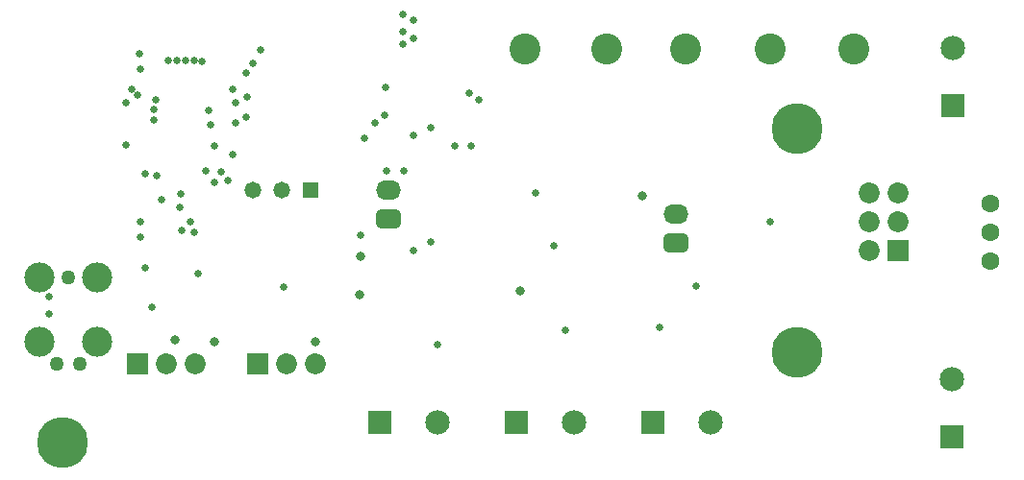
<source format=gbs>
G04*
G04 #@! TF.GenerationSoftware,Altium Limited,Altium Designer,24.9.1 (31)*
G04*
G04 Layer_Color=16711935*
%FSLAX44Y44*%
%MOMM*%
G71*
G04*
G04 #@! TF.SameCoordinates,DA4EDB6E-3878-44D2-BF23-6E32A7E0A26F*
G04*
G04*
G04 #@! TF.FilePolarity,Negative*
G04*
G01*
G75*
%ADD100R,2.1500X2.1500*%
%ADD101C,2.1500*%
%ADD102C,4.5000*%
%ADD103R,2.1500X2.1500*%
%ADD104O,2.2000X1.7000*%
G04:AMPARAMS|DCode=105|XSize=1.7mm|YSize=2.2mm|CornerRadius=0.475mm|HoleSize=0mm|Usage=FLASHONLY|Rotation=90.000|XOffset=0mm|YOffset=0mm|HoleType=Round|Shape=RoundedRectangle|*
%AMROUNDEDRECTD105*
21,1,1.7000,1.2500,0,0,90.0*
21,1,0.7500,2.2000,0,0,90.0*
1,1,0.9500,0.6250,0.3750*
1,1,0.9500,0.6250,-0.3750*
1,1,0.9500,-0.6250,-0.3750*
1,1,0.9500,-0.6250,0.3750*
%
%ADD105ROUNDEDRECTD105*%
%ADD106C,1.8500*%
%ADD107R,1.8500X1.8500*%
%ADD108C,1.6000*%
%ADD109R,1.8500X1.8500*%
%ADD110R,1.4750X1.4750*%
%ADD111C,1.4750*%
%ADD112C,1.2668*%
%ADD113C,2.6511*%
%ADD114C,2.7400*%
%ADD115C,0.6500*%
%ADD116C,0.8000*%
D100*
X222130Y630364D02*
D03*
X342053D02*
D03*
X462444D02*
D03*
D101*
X272930D02*
D03*
X726372Y668464D02*
D03*
X392853Y630364D02*
D03*
X513244D02*
D03*
X727222Y960724D02*
D03*
D102*
X590000Y692635D02*
D03*
Y889508D02*
D03*
X-56886Y612394D02*
D03*
D103*
X726372Y617664D02*
D03*
X727222Y909924D02*
D03*
D104*
X229933Y835353D02*
D03*
X482854Y814324D02*
D03*
D105*
X229933Y809954D02*
D03*
X482854Y788924D02*
D03*
D106*
X653542Y832612D02*
D03*
Y807212D02*
D03*
X678942Y832612D02*
D03*
Y807212D02*
D03*
X653542Y781812D02*
D03*
X59295Y682244D02*
D03*
X33895D02*
D03*
X165855Y682193D02*
D03*
X140455D02*
D03*
D107*
X678942Y781812D02*
D03*
D108*
X760222Y823468D02*
D03*
Y798068D02*
D03*
Y772668D02*
D03*
D109*
X8495Y682244D02*
D03*
X115055Y682193D02*
D03*
D110*
X161347Y835462D02*
D03*
D111*
X135947D02*
D03*
X110547D02*
D03*
D112*
X-52070Y758444D02*
D03*
X-41920Y682244D02*
D03*
X-62220D02*
D03*
D113*
X-77470Y701294D02*
D03*
Y758444D02*
D03*
X-26670D02*
D03*
Y701294D02*
D03*
D114*
X639572Y960000D02*
D03*
X565658D02*
D03*
X491756D02*
D03*
X421640D02*
D03*
X350012D02*
D03*
D115*
X-68906Y726584D02*
D03*
X93075Y867227D02*
D03*
X104394Y899668D02*
D03*
X65324Y949164D02*
D03*
X58530Y949706D02*
D03*
X565866Y807593D02*
D03*
X137785Y749554D02*
D03*
X243356Y852523D02*
D03*
X10414Y956090D02*
D03*
X251606Y782522D02*
D03*
X205019Y795821D02*
D03*
X375221Y786684D02*
D03*
X95556Y894897D02*
D03*
Y912340D02*
D03*
X104997Y917933D02*
D03*
X242281Y990266D02*
D03*
X251606Y985266D02*
D03*
X242281Y975307D02*
D03*
Y963850D02*
D03*
X217998Y894340D02*
D03*
X116922Y958850D02*
D03*
X16030Y849925D02*
D03*
X11580Y942086D02*
D03*
X47082Y832506D02*
D03*
X55530Y807778D02*
D03*
X48082Y799885D02*
D03*
X-1190Y875541D02*
D03*
X-1209Y912340D02*
D03*
X8855Y919340D02*
D03*
X3810Y924340D02*
D03*
X500718Y750895D02*
D03*
X227811Y852307D02*
D03*
X358992Y833050D02*
D03*
X62326Y762210D02*
D03*
X-68804Y741426D02*
D03*
X23625Y897530D02*
D03*
X82323Y851987D02*
D03*
X92289Y924340D02*
D03*
X88392Y844042D02*
D03*
X272930Y699173D02*
D03*
X309688Y915340D02*
D03*
X300798Y921340D02*
D03*
X385303Y711497D02*
D03*
X468564Y714834D02*
D03*
X209042Y880872D02*
D03*
X76780Y874501D02*
D03*
X267088Y789388D02*
D03*
X227473Y925840D02*
D03*
X21180Y732491D02*
D03*
X46157Y820420D02*
D03*
X58530Y798254D02*
D03*
X29832Y827307D02*
D03*
X16030Y766618D02*
D03*
X11580Y794004D02*
D03*
Y807778D02*
D03*
X69030Y852307D02*
D03*
X72909Y892840D02*
D03*
X71780Y905759D02*
D03*
X76530Y842419D02*
D03*
X302514Y874501D02*
D03*
X288433D02*
D03*
X251606Y883901D02*
D03*
X267088Y890919D02*
D03*
X226314Y901840D02*
D03*
X23674Y906188D02*
D03*
X25146Y915162D02*
D03*
X110547Y947300D02*
D03*
X104172Y939101D02*
D03*
X251606Y968980D02*
D03*
X25530Y848273D02*
D03*
X50825Y949585D02*
D03*
X43740Y949590D02*
D03*
X36030Y949706D02*
D03*
D116*
X345948Y746506D02*
D03*
X204774Y743035D02*
D03*
X205019Y776721D02*
D03*
X453210Y830050D02*
D03*
X76780Y701294D02*
D03*
X165855D02*
D03*
X42145Y703326D02*
D03*
M02*

</source>
